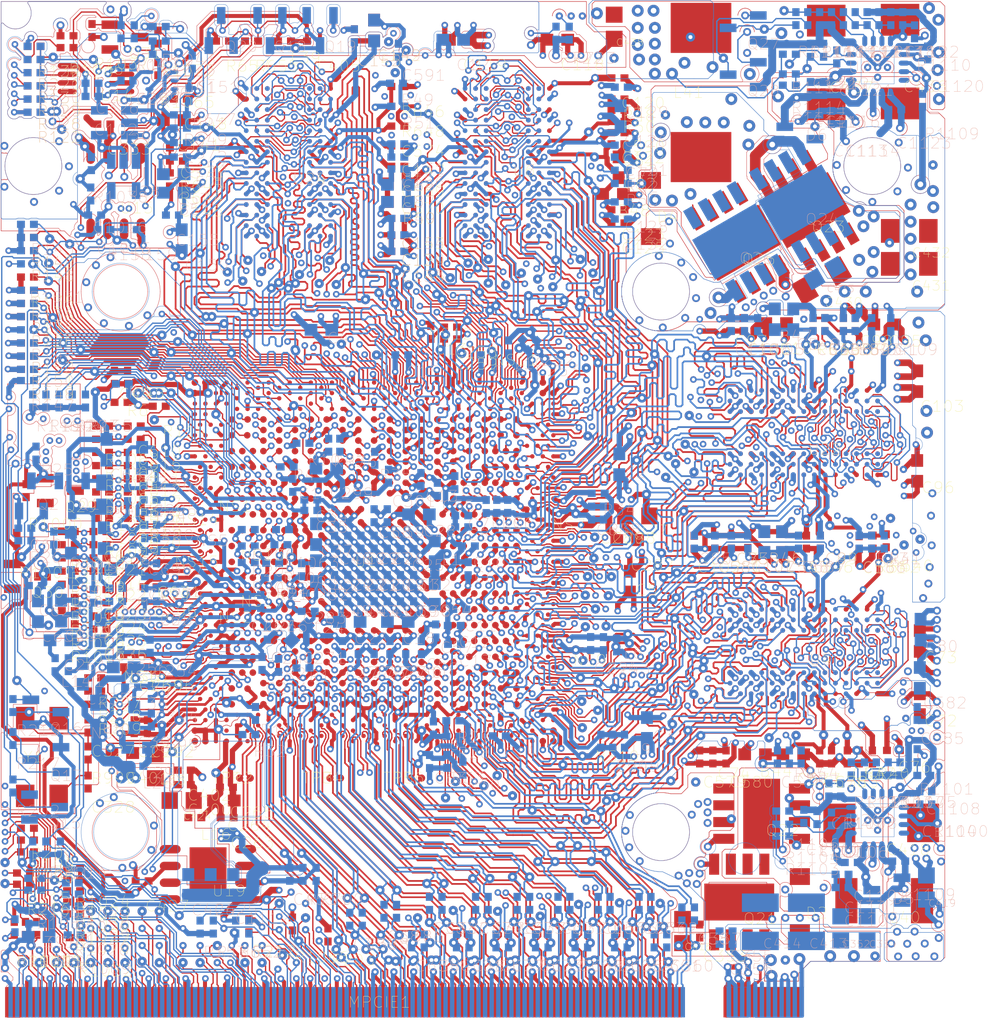
<source format=kicad_pcb>
(kicad_pcb (version 20211014) (generator pcbnew)

  (general
    (thickness 1.6)
  )

  (paper "A4")
  (layers
    (0 "F.Cu" signal)
    (31 "B.Cu" signal)
    (32 "B.Adhes" user "B.Adhesive")
    (33 "F.Adhes" user "F.Adhesive")
    (34 "B.Paste" user)
    (35 "F.Paste" user)
    (36 "B.SilkS" user "B.Silkscreen")
    (37 "F.SilkS" user "F.Silkscreen")
    (38 "B.Mask" user)
    (39 "F.Mask" user)
    (40 "Dwgs.User" user "User.Drawings")
    (41 "Cmts.User" user "User.Comments")
    (42 "Eco1.User" user "User.Eco1")
    (43 "Eco2.User" user "User.Eco2")
    (44 "Edge.Cuts" user)
    (45 "Margin" user)
    (46 "B.CrtYd" user "B.Courtyard")
    (47 "F.CrtYd" user "F.Courtyard")
    (48 "B.Fab" user)
    (49 "F.Fab" user)
    (50 "User.1" user)
    (51 "User.2" user)
    (52 "User.3" user)
    (53 "User.4" user)
    (54 "User.5" user)
    (55 "User.6" user)
    (56 "User.7" user)
    (57 "User.8" user)
    (58 "User.9" user)
  )

  (setup
    (pad_to_mask_clearance 0)
    (pcbplotparams
      (layerselection 0x00010fc_ffffffff)
      (disableapertmacros false)
      (usegerberextensions false)
      (usegerberattributes true)
      (usegerberadvancedattributes true)
      (creategerberjobfile true)
      (svguseinch false)
      (svgprecision 6)
      (excludeedgelayer true)
      (plotframeref false)
      (viasonmask false)
      (mode 1)
      (useauxorigin false)
      (hpglpennumber 1)
      (hpglpenspeed 20)
      (hpglpendiameter 15.000000)
      (dxfpolygonmode true)
      (dxfimperialunits true)
      (dxfusepcbnewfont true)
      (psnegative false)
      (psa4output false)
      (plotreference true)
      (plotvalue true)
      (plotinvisibletext false)
      (sketchpadsonfab false)
      (subtractmaskfromsilk false)
      (outputformat 1)
      (mirror false)
      (drillshape 1)
      (scaleselection 1)
      (outputdirectory "")
    )
  )

  (net 0 "")
  (net 1 "1.8V_REG")
  (net 2 "LVDDR")
  (net 3 "VDD_CORE")
  (net 4 "MPVDD")
  (net 5 "N16909622")
  (net 6 "N18849793")
  (net 7 "N18850036")
  (net 8 "N18859523")
  (net 9 "N18859284")
  (net 10 "N18866844")
  (net 11 "N18866342")
  (net 12 "N18875755")
  (net 13 "N18875830")
  (net 14 "N22176053")
  (net 15 "AGND")
  (net 16 "+3VRUN")
  (net 17 "+5VRUN")
  (net 18 "N22665126")
  (net 19 "N22665706")
  (net 20 "VREF_22665604")
  (net 21 "N22665484")
  (net 22 "N22672706")
  (net 23 "N22673014")
  (net 24 "VREF")
  (net 25 "N22672632")
  (net 26 "VDDRHA1")
  (net 27 "N16910486")
  (net 28 "VDDRHA2")
  (net 29 "N16909667")
  (net 30 "VDDRHB1")
  (net 31 "N16910998")
  (net 32 "LPVDD")
  (net 33 "N22176268")
  (net 34 "VDDRHB2")
  (net 35 "N16909550")
  (net 36 "DPLL_PVDD")
  (net 37 "N22176582")
  (net 38 "PCIE_PVDD")
  (net 39 "VDD2DI")
  (net 40 "N22176225")
  (net 41 "VDD1DI")
  (net 42 "N22175888")
  (net 43 "A2VDD")
  (net 44 "DPLL_VDDC")
  (net 45 "N22175956")
  (net 46 "AVDD")
  (net 47 "N22175870")
  (net 48 "DPA_VDDR")
  (net 49 "N22175859")
  (net 50 "DPA_PVDD")
  (net 51 "N22175966")
  (net 52 "N16909654")
  (net 53 "N22276438")
  (net 54 "PCIE_TXN15")
  (net 55 "N22276387")
  (net 56 "PCIE_TXP15")
  (net 57 "N22276563")
  (net 58 "PCIE_TXN14")
  (net 59 "N22276557")
  (net 60 "PCIE_TXP14")
  (net 61 "N22276551")
  (net 62 "PCIE_TXN13")
  (net 63 "N22276545")
  (net 64 "PCIE_TXP13")
  (net 65 "N22276539")
  (net 66 "PCIE_TXN12")
  (net 67 "N22276533")
  (net 68 "PCIE_TXP12")
  (net 69 "N22276527")
  (net 70 "PCIE_TXN11")
  (net 71 "N22276496")
  (net 72 "PCIE_TXP11")
  (net 73 "N22276444")
  (net 74 "PCIE_TXN10")
  (net 75 "N22276440")
  (net 76 "PCIE_TXP10")
  (net 77 "N22276389")
  (net 78 "PCIE_TXN9")
  (net 79 "N22276565")
  (net 80 "PCIE_TXP9")
  (net 81 "N22276559")
  (net 82 "PCIE_TXN8")
  (net 83 "N22276553")
  (net 84 "PCIE_TXP8")
  (net 85 "N22276547")
  (net 86 "PCIE_TXN7")
  (net 87 "N22276541")
  (net 88 "PCIE_TXP7")
  (net 89 "N22276535")
  (net 90 "PCIE_TXN6")
  (net 91 "N22276529")
  (net 92 "PCIE_TXP6")
  (net 93 "N22276498")
  (net 94 "PCIE_TXN5")
  (net 95 "N22276446")
  (net 96 "PCIE_TXP5")
  (net 97 "N22276442")
  (net 98 "PCIE_TXN4")
  (net 99 "N22276391")
  (net 100 "PCIE_TXP4")
  (net 101 "N22276385")
  (net 102 "PCIE_TXN3")
  (net 103 "N22276561")
  (net 104 "PCIE_TXP3")
  (net 105 "N22276555")
  (net 106 "PCIE_TXN2")
  (net 107 "N22276549")
  (net 108 "PCIE_TXP2")
  (net 109 "N22276543")
  (net 110 "PCIE_TXN1")
  (net 111 "N22276537")
  (net 112 "PCIE_TXP1")
  (net 113 "N22276531")
  (net 114 "PCIE_TXN0")
  (net 115 "N22276525")
  (net 116 "PCIE_TXP0")
  (net 117 "N22176231")
  (net 118 "N22176381")
  (net 119 "N22175861")
  (net 120 "VDDR3")
  (net 121 "N16912873")
  (net 122 "N16919383")
  (net 123 "N16919381")
  (net 124 "DPB_PVDD")
  (net 125 "N22175699")
  (net 126 "N16919174")
  (net 127 "DPB_VDDR")
  (net 128 "N22176186")
  (net 129 "N16919368")
  (net 130 "N22625904")
  (net 131 "N22665594")
  (net 132 "N22672648")
  (net 133 "PCIE_VDDC")
  (net 134 "N16910916")
  (net 135 "N22665740")
  (net 136 "N22673140")
  (net 137 "N22665412")
  (net 138 "N22665400")
  (net 139 "N22665482")
  (net 140 "N22672636")
  (net 141 "N22672640")
  (net 142 "G_PWR_SRC")
  (net 143 "N22672644")
  (net 144 "N22176881")
  (net 145 "N22176083")
  (net 146 "D+")
  (net 147 "D-")
  (net 148 "+BBP")
  (net 149 "N22665296")
  (net 150 "N18850055")
  (net 151 "N18859640")
  (net 152 "N18859449")
  (net 153 "N18876007")
  (net 154 "N18876029")
  (net 155 "N18850604")
  (net 156 "N18866671")
  (net 157 "N18866513")
  (net 158 "N18876394")
  (net 159 "N18850123")
  (net 160 "N18859575")
  (net 161 "N18867037")
  (net 162 "DPA0P")
  (net 163 "DVI_CLK-")
  (net 164 "DPA1P")
  (net 165 "DVI_TX0-")
  (net 166 "DPA1N")
  (net 167 "DVI_TX0+")
  (net 168 "DPB0P")
  (net 169 "DVIB_CLK-")
  (net 170 "DPB1P")
  (net 171 "DVIB_TX0-")
  (net 172 "DPA0N")
  (net 173 "DVI_CLK+")
  (net 174 "DPA2P")
  (net 175 "DVI_TX1-")
  (net 176 "DPA2N")
  (net 177 "DVI_TX1+")
  (net 178 "DPA3P")
  (net 179 "DVI_TX2-")
  (net 180 "DPA3N")
  (net 181 "DVI_TX2+")
  (net 182 "DPB0N")
  (net 183 "DVIB_CLK+")
  (net 184 "DPB1N")
  (net 185 "DVIB_TX0+")
  (net 186 "DPB2P")
  (net 187 "DVIB_TX1-")
  (net 188 "DPB2N")
  (net 189 "DVIB_TX1+")
  (net 190 "DPB3P")
  (net 191 "DVIB_TX2-")
  (net 192 "DPB3N")
  (net 193 "DVIB_TX2+")
  (net 194 "N22274400")
  (net 195 "DVI_DETECT")
  (net 196 "N22540247")
  (net 197 "N22538866")
  (net 198 "N22794094")
  (net 199 "N22798927")
  (net 200 "N22276906")
  (net 201 "I2C_CLK")
  (net 202 "I2C_DAT")
  (net 203 "BL_ENA")
  (net 204 "FPVCC")
  (net 205 "TXCLK_L+")
  (net 206 "TXCLK_L-")
  (net 207 "TXOUT_L0+")
  (net 208 "TXOUT_L0-")
  (net 209 "TXOUT_L1+")
  (net 210 "TXOUT_L1-")
  (net 211 "TXOUT_L2+")
  (net 212 "TXOUT_L2-")
  (net 213 "TXOUT_L3+")
  (net 214 "TXOUT_L3-")
  (net 215 "BL_BRIGHT")
  (net 216 "TXCLK_U+")
  (net 217 "TXCLK_U-")
  (net 218 "TXOUT_U0+")
  (net 219 "TXOUT_U0-")
  (net 220 "TXOUT_U1+")
  (net 221 "TXOUT_U1-")
  (net 222 "TXOUT_U2+")
  (net 223 "TXOUT_U2-")
  (net 224 "TXOUT_U3+")
  (net 225 "TXOUT_U3-")
  (net 226 "PCIE_RST#")
  (net 227 "PCIE_RXN0")
  (net 228 "PCIE_RXN1")
  (net 229 "PCIE_RXN10")
  (net 230 "PCIE_RXN11")
  (net 231 "PCIE_RXN12")
  (net 232 "PCIE_RXN13")
  (net 233 "PCIE_RXN14")
  (net 234 "PCIE_RXN15")
  (net 235 "PCIE_RXN2")
  (net 236 "PCIE_RXN3")
  (net 237 "PCIE_RXN4")
  (net 238 "PCIE_RXN5")
  (net 239 "PCIE_RXN6")
  (net 240 "PCIE_RXN7")
  (net 241 "PCIE_RXN8")
  (net 242 "PCIE_RXN9")
  (net 243 "PCIE_RXP0")
  (net 244 "PCIE_RXP1")
  (net 245 "PCIE_RXP10")
  (net 246 "PCIE_RXP11")
  (net 247 "PCIE_RXP12")
  (net 248 "PCIE_RXP13")
  (net 249 "PCIE_RXP14")
  (net 250 "PCIE_RXP15")
  (net 251 "PCIE_RXP2")
  (net 252 "PCIE_RXP3")
  (net 253 "PCIE_RXP4")
  (net 254 "PCIE_RXP5")
  (net 255 "PCIE_RXP6")
  (net 256 "PCIE_RXP7")
  (net 257 "PCIE_RXP8")
  (net 258 "PCIE_RXP9")
  (net 259 "N22275059")
  (net 260 "PCIE_REFCLKP")
  (net 261 "PCIE_REFCLKN")
  (net 262 "CLK_REQB*")
  (net 263 "N22778501")
  (net 264 "N22778505")
  (net 265 "N22274460")
  (net 266 "N22275940")
  (net 267 "AC_BAT")
  (net 268 "N22274456")
  (net 269 "N22275399")
  (net 270 "N22276217")
  (net 271 "N22276768")
  (net 272 "N22774274")
  (net 273 "N22628117")
  (net 274 "SMB_CLK")
  (net 275 "SMB_DAT")
  (net 276 "THERM#")
  (net 277 "TV_COMP_B_PB")
  (net 278 "TV_CR_PR")
  (net 279 "TV_Y_G")
  (net 280 "VGA_BLU")
  (net 281 "DDC1CLK")
  (net 282 "DDC1DATA")
  (net 283 "VGA_GRN")
  (net 284 "HSYNC")
  (net 285 "VGA_RED")
  (net 286 "VSYNC")
  (net 287 "N16912894")
  (net 288 "N16909921")
  (net 289 "MB_THERM#")
  (net 290 "PBAT_SMBCLK")
  (net 291 "PBAT_SMBDAT")
  (net 292 "BB_ENA")
  (net 293 "N22672692")
  (net 294 "POW_SW0")
  (net 295 "N22672726")
  (net 296 "POW_SW1")
  (net 297 "N22316530")
  (net 298 "N22316558")
  (net 299 "CTFB")
  (net 300 "N22177921")
  (net 301 "N22665692")
  (net 302 "N22672940")
  (net 303 "N22665180")
  (net 304 "N22672861")
  (net 305 "N2080875267")
  (net 306 "OPT_BL_ENA")
  (net 307 "DDC2CLK")
  (net 308 "DDC2DATA")
  (net 309 "DDC4CLK")
  (net 310 "DDC4DATA")
  (net 311 "N22471791")
  (net 312 "VHAD0")
  (net 313 "GPIO0")
  (net 314 "GPIO1")
  (net 315 "GPIO2")
  (net 316 "GPIO3")
  (net 317 "GPIO5")
  (net 318 "GPIO9")
  (net 319 "GPIO11")
  (net 320 "GPIO12")
  (net 321 "GPIO13")
  (net 322 "GPIO8")
  (net 323 "GPIO22")
  (net 324 "VID_0")
  (net 325 "VID_1")
  (net 326 "VID_2")
  (net 327 "VID_3")
  (net 328 "VID_4")
  (net 329 "VID_5")
  (net 330 "VID_6")
  (net 331 "VID_7")
  (net 332 "DVALID")
  (net 333 "PSYNC")
  (net 334 "DDC3DATA")
  (net 335 "DDC3CLK")
  (net 336 "BLON_PWM")
  (net 337 "N22176754")
  (net 338 "DVI_HPD2")
  (net 339 "DVI_HPD3")
  (net 340 "N22625856")
  (net 341 "RUNPWROK")
  (net 342 "OTEMP#")
  (net 343 "THERM_SCLK")
  (net 344 "N21377273")
  (net 345 "THERM_SDAT")
  (net 346 "N21377265")
  (net 347 "N21360761")
  (net 348 "N17821681")
  (net 349 "N17821689")
  (net 350 "MEM_ID0")
  (net 351 "MEM_ID1")
  (net 352 "MEM_ID2")
  (net 353 "MEM_ID3")
  (net 354 "RUNPWROK_1")
  (net 355 "N22175845")
  (net 356 "VIN_22665782")
  (net 357 "VIN")
  (net 358 "N16919725")
  (net 359 "N16919341")
  (net 360 "N2080875268")
  (net 361 "N22176800")
  (net 362 "N16920644")
  (net 363 "N16919162")
  (net 364 "CLKA0#")
  (net 365 "CLKA0")
  (net 366 "CLKB0#")
  (net 367 "CLKB0")
  (net 368 "CLKA1#")
  (net 369 "CLKA1")
  (net 370 "CLKB1#")
  (net 371 "CLKB1")
  (net 372 "SCLK")
  (net 373 "CASA#0")
  (net 374 "CASA#1")
  (net 375 "CKEA0")
  (net 376 "CKEA1")
  (net 377 "CSA0_0#")
  (net 378 "CSA1_0#")
  (net 379 "MDA0")
  (net 380 "MDA1")
  (net 381 "MDA10")
  (net 382 "MDA11")
  (net 383 "MDA12")
  (net 384 "MDA13")
  (net 385 "MDA14")
  (net 386 "MDA15")
  (net 387 "MDA16")
  (net 388 "MDA17")
  (net 389 "MDA18")
  (net 390 "MDA19")
  (net 391 "MDA2")
  (net 392 "MDA20")
  (net 393 "MDA21")
  (net 394 "MDA22")
  (net 395 "MDA23")
  (net 396 "MDA24")
  (net 397 "MDA25")
  (net 398 "MDA26")
  (net 399 "MDA27")
  (net 400 "MDA28")
  (net 401 "MDA29")
  (net 402 "MDA3")
  (net 403 "MDA30")
  (net 404 "MDA31")
  (net 405 "MDA32")
  (net 406 "MDA33")
  (net 407 "MDA34")
  (net 408 "MDA35")
  (net 409 "MDA36")
  (net 410 "MDA37")
  (net 411 "MDA38")
  (net 412 "MDA39")
  (net 413 "MDA4")
  (net 414 "MDA40")
  (net 415 "MDA41")
  (net 416 "MDA42")
  (net 417 "MDA43")
  (net 418 "MDA44")
  (net 419 "MDA45")
  (net 420 "MDA46")
  (net 421 "MDA47")
  (net 422 "MDA48")
  (net 423 "MDA49")
  (net 424 "MDA5")
  (net 425 "MDA50")
  (net 426 "MDA51")
  (net 427 "MDA52")
  (net 428 "MDA53")
  (net 429 "MDA54")
  (net 430 "MDA55")
  (net 431 "MDA56")
  (net 432 "MDA57")
  (net 433 "MDA58")
  (net 434 "MDA59")
  (net 435 "MDA6")
  (net 436 "MDA60")
  (net 437 "MDA61")
  (net 438 "MDA62")
  (net 439 "MDA63")
  (net 440 "MDA7")
  (net 441 "MDA8")
  (net 442 "MDA9")
  (net 443 "DQMA#0")
  (net 444 "DQMA#1")
  (net 445 "DQMA#2")
  (net 446 "DQMA#3")
  (net 447 "DQMA#4")
  (net 448 "DQMA#5")
  (net 449 "DQMA#6")
  (net 450 "DQMA#7")
  (net 451 "MAA0")
  (net 452 "MAA1")
  (net 453 "MAA10")
  (net 454 "MAA11")
  (net 455 "MAA2")
  (net 456 "MAA3")
  (net 457 "MAA4")
  (net 458 "MAA5")
  (net 459 "MAA6")
  (net 460 "MAA7")
  (net 461 "MAA8")
  (net 462 "MAA9")
  (net 463 "MAA12")
  (net 464 "A_BA0")
  (net 465 "A_BA1")
  (net 466 "A_BA2")
  (net 467 "ODTA0")
  (net 468 "ODTA1")
  (net 469 "QSA0")
  (net 470 "QSA#0")
  (net 471 "QSA1")
  (net 472 "QSA#1")
  (net 473 "QSA2")
  (net 474 "QSA#2")
  (net 475 "QSA3")
  (net 476 "QSA#3")
  (net 477 "QSA4")
  (net 478 "QSA#4")
  (net 479 "QSA5")
  (net 480 "QSA#5")
  (net 481 "QSA6")
  (net 482 "QSA#6")
  (net 483 "QSA7")
  (net 484 "QSA#7")
  (net 485 "RASA#0")
  (net 486 "RASA#1")
  (net 487 "WEA#0")
  (net 488 "WEA#1")
  (net 489 "CASB#0")
  (net 490 "CASB#1")
  (net 491 "CKEB0")
  (net 492 "CKEB1")
  (net 493 "CSB0_0#")
  (net 494 "CSB1_0#")
  (net 495 "MDB0")
  (net 496 "MDB1")
  (net 497 "MDB10")
  (net 498 "MDB11")
  (net 499 "MDB12")
  (net 500 "MDB13")
  (net 501 "MDB14")
  (net 502 "MDB15")
  (net 503 "MDB16")
  (net 504 "MDB17")
  (net 505 "MDB18")
  (net 506 "MDB19")
  (net 507 "MDB2")
  (net 508 "MDB20")
  (net 509 "MDB21")
  (net 510 "MDB22")
  (net 511 "MDB23")
  (net 512 "MDB24")
  (net 513 "MDB25")
  (net 514 "MDB26")
  (net 515 "MDB27")
  (net 516 "MDB28")
  (net 517 "MDB29")
  (net 518 "MDB3")
  (net 519 "MDB30")
  (net 520 "MDB31")
  (net 521 "MDB32")
  (net 522 "MDB33")
  (net 523 "MDB34")
  (net 524 "MDB35")
  (net 525 "MDB36")
  (net 526 "MDB37")
  (net 527 "MDB38")
  (net 528 "MDB39")
  (net 529 "MDB4")
  (net 530 "MDB40")
  (net 531 "MDB41")
  (net 532 "MDB42")
  (net 533 "MDB43")
  (net 534 "MDB44")
  (net 535 "MDB45")
  (net 536 "MDB46")
  (net 537 "MDB47")
  (net 538 "MDB48")
  (net 539 "MDB49")
  (net 540 "MDB5")
  (net 541 "MDB50")
  (net 542 "MDB51")
  (net 543 "MDB52")
  (net 544 "MDB53")
  (net 545 "MDB54")
  (net 546 "MDB55")
  (net 547 "MDB56")
  (net 548 "MDB57")
  (net 549 "MDB58")
  (net 550 "MDB59")
  (net 551 "MDB6")
  (net 552 "MDB60")
  (net 553 "MDB61")
  (net 554 "MDB62")
  (net 555 "MDB63")
  (net 556 "MDB7")
  (net 557 "MDB8")
  (net 558 "MDB9")
  (net 559 "DQMB#0")
  (net 560 "DQMB#1")
  (net 561 "DQMB#2")
  (net 562 "DQMB#3")
  (net 563 "DQMB#4")
  (net 564 "DQMB#5")
  (net 565 "DQMB#6")
  (net 566 "DQMB#7")
  (net 567 "MAB0")
  (net 568 "MAB1")
  (net 569 "MAB10")
  (net 570 "MAB11")
  (net 571 "MAB2")
  (net 572 "MAB3")
  (net 573 "MAB4")
  (net 574 "MAB5")
  (net 575 "MAB6")
  (net 576 "MAB7")
  (net 577 "MAB8")
  (net 578 "MAB9")
  (net 579 "MAB12")
  (net 580 "B_BA0")
  (net 581 "B_BA1")
  (net 582 "B_BA2")
  (net 583 "ODTB0")
  (net 584 "ODTB1")
  (net 585 "QSB0")
  (net 586 "QSB#0")
  (net 587 "QSB1")
  (net 588 "QSB#1")
  (net 589 "QSB2")
  (net 590 "QSB#2")
  (net 591 "QSB3")
  (net 592 "QSB#3")
  (net 593 "QSB4")
  (net 594 "QSB#4")
  (net 595 "QSB5")
  (net 596 "QSB#5")
  (net 597 "QSB6")
  (net 598 "QSB#6")
  (net 599 "QSB7")
  (net 600 "QSB#7")
  (net 601 "RASB#0")
  (net 602 "RASB#1")
  (net 603 "WEB#0")
  (net 604 "WEB#1")
  (net 605 "N22625885")
  (net 606 "N22625842")

  (footprint "lib:RES1005_1" (layer "F.Cu") (at -51.797999 28.009995 -90))

  (footprint "lib:GEOM0009_1" (layer "F.Cu") (at -25.498001 42.609991 -90))

  (footprint "lib:RES1005_1" (layer "F.Cu") (at 8.702007 24.610002 180))

  (footprint "lib:CAP1005_1" (layer "F.Cu") (at -23.698004 9.559994 90))

  (footprint "lib:RES1005_1" (layer "F.Cu") (at -51.298 6.509987 90))

  (footprint "lib:RES1005_1" (layer "F.Cu") (at -46.898009 2.309996))

  (footprint "lib:CAP1005_1" (layer "F.Cu") (at -45.998011 9.410007 -90))

  (footprint "lib:CAPT7343_2_0H_1" (layer "F.Cu") (at 13.101998 62.410003 -90))

  (footprint "lib:RES1005_1" (layer "F.Cu") (at -51.797999 63.71 -90))

  (footprint "lib:CAPT7343_2_8H_1" (layer "F.Cu") (at 8.802007 4.609991))

  (footprint "lib:CAP1005_1" (layer "F.Cu") (at -40.197997 7.509985 90))

  (footprint "lib:CAP1005_1" (layer "F.Cu") (at -43.69799 36.310004 -90))

  (footprint "lib:TP055PRI_1" (layer "F.Cu") (at -28.048008 59.010009))

  (footprint "lib:CAP1005_1" (layer "F.Cu") (at -23.698004 17.860003 -90))

  (footprint "lib:GEOM0001_1" (layer "F.Cu") (at -42.097993 58.109986))

  (footprint "lib:RES1608_0_8H_1" (layer "F.Cu") (at 3.401992 57.209988 -90))

  (footprint "lib:RES1005_1" (layer "F.Cu") (at -51.797999 64.609998 -90))

  (footprint "lib:RES1005_1" (layer "F.Cu") (at -48.698005 40.309996 -90))

  (footprint "lib:RES1005_1" (layer "F.Cu") (at -48.698005 41.309994 -90))

  (footprint "lib:CAP1005_1" (layer "F.Cu") (at -6.998012 15.909994 -90))

  (footprint "lib:RES1005_1" (layer "F.Cu") (at -34.798008 3.109994 -90))

  (footprint "lib:RES1005_1" (layer "F.Cu") (at -48.298006 67.560005 -90))

  (footprint "lib:RES1608_0_8H_1" (layer "F.Cu") (at -7.372993 14.709996 90))

  (footprint "lib:GEOM0010_1" (layer "F.Cu") (at -38.098001 66.309995 90))

  (footprint "lib:TP055PRI_1" (layer "F.Cu") (at -28.848007 59.010009))

  (footprint "lib:RES1005_1" (layer "F.Cu") (at -41.897993 2.809995))

  (footprint "lib:CAP1005_1" (layer "F.Cu") (at -40.497996 14.109998 90))

  (footprint "lib:RES1005_1" (layer "F.Cu") (at -6.998012 8.359996 90))

  (footprint "lib:CAP1608_0_89H_1" (layer "F.Cu") (at -44.598013 57.109988 -90))

  (footprint "lib:CAP3216_1" (layer "F.Cu")
    (tedit 0) (tstam
... [4058773 chars truncated]
</source>
